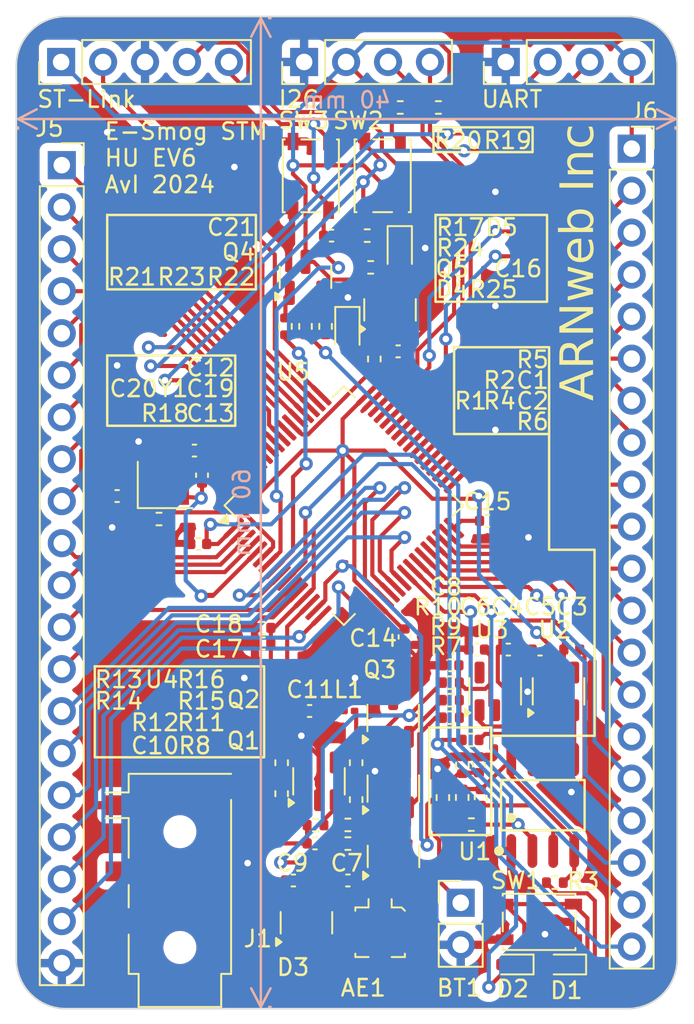
<source format=kicad_pcb>
(kicad_pcb
	(version 20240108)
	(generator "pcbnew")
	(generator_version "8.0")
	(general
		(thickness 1.6)
		(legacy_teardrops no)
	)
	(paper "A4")
	(layers
		(0 "F.Cu" signal)
		(31 "B.Cu" signal)
		(32 "B.Adhes" user "B.Adhesive")
		(33 "F.Adhes" user "F.Adhesive")
		(34 "B.Paste" user)
		(35 "F.Paste" user)
		(36 "B.SilkS" user "B.Silkscreen")
		(37 "F.SilkS" user "F.Silkscreen")
		(38 "B.Mask" user)
		(39 "F.Mask" user)
		(40 "Dwgs.User" user "User.Drawings")
		(41 "Cmts.User" user "User.Comments")
		(42 "Eco1.User" user "User.Eco1")
		(43 "Eco2.User" user "User.Eco2")
		(44 "Edge.Cuts" user)
		(45 "Margin" user)
		(46 "B.CrtYd" user "B.Courtyard")
		(47 "F.CrtYd" user "F.Courtyard")
		(48 "B.Fab" user)
		(49 "F.Fab" user)
		(50 "User.1" user)
		(51 "User.2" user)
		(52 "User.3" user)
		(53 "User.4" user)
		(54 "User.5" user)
		(55 "User.6" user)
		(56 "User.7" user)
		(57 "User.8" user)
		(58 "User.9" user)
	)
	(setup
		(pad_to_mask_clearance 0)
		(allow_soldermask_bridges_in_footprints no)
		(pcbplotparams
			(layerselection 0x00010fc_ffffffff)
			(plot_on_all_layers_selection 0x0000000_00000000)
			(disableapertmacros no)
			(usegerberextensions no)
			(usegerberattributes yes)
			(usegerberadvancedattributes yes)
			(creategerberjobfile yes)
			(dashed_line_dash_ratio 12.000000)
			(dashed_line_gap_ratio 3.000000)
			(svgprecision 4)
			(plotframeref no)
			(viasonmask no)
			(mode 1)
			(useauxorigin no)
			(hpglpennumber 1)
			(hpglpenspeed 20)
			(hpglpendiameter 15.000000)
			(pdf_front_fp_property_popups yes)
			(pdf_back_fp_property_popups yes)
			(dxfpolygonmode yes)
			(dxfimperialunits yes)
			(dxfusepcbnewfont yes)
			(psnegative no)
			(psa4output no)
			(plotreference yes)
			(plotvalue yes)
			(plotfptext yes)
			(plotinvisibletext no)
			(sketchpadsonfab no)
			(subtractmaskfromsilk no)
			(outputformat 4)
			(mirror no)
			(drillshape 0)
			(scaleselection 1)
			(outputdirectory "")
		)
	)
	(net 0 "")
	(net 1 "GND")
	(net 2 "Net-(AE1-A)")
	(net 3 "Net-(BT1-+)")
	(net 4 "/STM/VBAT_IN")
	(net 5 "Net-(U1-G2)")
	(net 6 "Net-(U2-VI)")
	(net 7 "+1V8")
	(net 8 "Net-(Q1-B)")
	(net 9 "Net-(C9-Pad1)")
	(net 10 "Net-(Q3-C)")
	(net 11 "Net-(C10-Pad2)")
	(net 12 "/STM/SMOG_IN")
	(net 13 "/STM/OSC_IN")
	(net 14 "Net-(C20-Pad2)")
	(net 15 "/STM/NRST")
	(net 16 "Net-(D1-A)")
	(net 17 "Net-(D1-K)")
	(net 18 "/STM/PWR_BTN")
	(net 19 "Net-(D4-A)")
	(net 20 "Net-(D5-A)")
	(net 21 "/STM/UART_TX")
	(net 22 "/STM/UART_RX")
	(net 23 "/STM/OLED_SDA")
	(net 24 "/STM/OLED_SCL")
	(net 25 "/STM/SWDIO")
	(net 26 "/STM/SWCLK")
	(net 27 "Net-(L1-Pad1)")
	(net 28 "Net-(Q1-C)")
	(net 29 "Net-(Q2-C)")
	(net 30 "Net-(Q4-G)")
	(net 31 "Net-(Q4-S)")
	(net 32 "Net-(Q5-G)")
	(net 33 "Net-(Q5-S)")
	(net 34 "/STM/PWR_EN")
	(net 35 "Net-(U4--)")
	(net 36 "Net-(U4-+)")
	(net 37 "Net-(R15-Pad1)")
	(net 38 "Net-(U5-BOOT0)")
	(net 39 "/STM/OSC_OUT")
	(net 40 "Net-(U5-PC0)")
	(net 41 "Net-(U5-PD2)")
	(net 42 "+3V3")
	(net 43 "/STM/PC12")
	(net 44 "/STM/PC3")
	(net 45 "/STM/PB4")
	(net 46 "/STM/PA5")
	(net 47 "/STM/PC14")
	(net 48 "/STM/PA4")
	(net 49 "/STM/PC10")
	(net 50 "/STM/PA3")
	(net 51 "/STM/PB3")
	(net 52 "/STM/PA7")
	(net 53 "/STM/PA2")
	(net 54 "/STM/PB5")
	(net 55 "/STM/PA15")
	(net 56 "/STM/PC13")
	(net 57 "/STM/PA6")
	(net 58 "/STM/PC15")
	(net 59 "/STM/PC11")
	(net 60 "/STM/PB8")
	(net 61 "/STM/PB9")
	(net 62 "/STM/PC9")
	(net 63 "/STM/PA12")
	(net 64 "/STM/PC6")
	(net 65 "/STM/PA11")
	(net 66 "/STM/PC8")
	(net 67 "/STM/PA8")
	(net 68 "/STM/PC7")
	(net 69 "unconnected-(U1-D2-Pad6)")
	(net 70 "unconnected-(U1-D1-Pad7)")
	(net 71 "/STM/PC5")
	(net 72 "/STM/PC4")
	(net 73 "/STM/PC2")
	(net 74 "/STM/PB13")
	(net 75 "/STM/PB14")
	(net 76 "/STM/PB15")
	(net 77 "/STM/PB12")
	(net 78 "/STM/PB11")
	(net 79 "/STM/PB1")
	(net 80 "/STM/PB2")
	(net 81 "/STM/PB10")
	(net 82 "/STM/PB0")
	(footprint "Resistor_SMD:R_0402_1005Metric" (layer "F.Cu") (at 218.24 65.5))
	(footprint "Capacitor_SMD:C_0402_1005Metric" (layer "F.Cu") (at 212.75 102 180))
	(footprint "Resistor_SMD:R_0402_1005Metric" (layer "F.Cu") (at 220.55 65.5 180))
	(footprint "Connector_PinHeader_2.54mm:PinHeader_1x05_P2.54mm_Vertical" (layer "F.Cu") (at 197.71 62.75 90))
	(footprint "Inductor_SMD:L_0201_0603Metric" (layer "F.Cu") (at 215.155 102 180))
	(footprint "Resistor_SMD:R_0402_1005Metric" (layer "F.Cu") (at 213.11 108.9))
	(footprint "Resistor_SMD:R_0402_1005Metric" (layer "F.Cu") (at 216.45 75.17 180))
	(footprint "Capacitor_SMD:C_0402_1005Metric" (layer "F.Cu") (at 218.11 80.25))
	(footprint "Capacitor_SMD:C_0402_1005Metric" (layer "F.Cu") (at 223.11 107.23 -90))
	(footprint "Connector_PinSocket_2.54mm:PinSocket_1x20_P2.54mm_Vertical" (layer "F.Cu") (at 232.25 67.99))
	(footprint "Package_TO_SOT_SMD:SOT-23" (layer "F.Cu") (at 217.83 110.795 90))
	(footprint "Connector_PinSocket_2.54mm:PinSocket_1x20_P2.54mm_Vertical" (layer "F.Cu") (at 197.75 68.99))
	(footprint "Button_Switch_SMD:SW_SPST_PTS810" (layer "F.Cu") (at 226.645 114.755 180))
	(footprint "Resistor_SMD:R_0402_1005Metric" (layer "F.Cu") (at 221.31 102.405 180))
	(footprint "Capacitor_SMD:C_0402_1005Metric" (layer "F.Cu") (at 222.86 98.285 180))
	(footprint "Button_Switch_SMD:SW_SPST_PTS810" (layer "F.Cu") (at 217.175 69.63 90))
	(footprint "Resistor_SMD:R_0402_1005Metric" (layer "F.Cu") (at 211.29 78.74 -90))
	(footprint "Resistor_SMD:R_0402_1005Metric" (layer "F.Cu") (at 211.06 105.13 -90))
	(footprint "LED_SMD:LED_0603_1608Metric" (layer "F.Cu") (at 215.04 79.05 -90))
	(footprint "Connector_PinHeader_2.54mm:PinHeader_1x02_P2.54mm_Vertical" (layer "F.Cu") (at 221.9 113.6))
	(footprint "Resistor_SMD:R_0402_1005Metric" (layer "F.Cu") (at 203.635 90.39))
	(footprint "Resistor_SMD:R_0402_1005Metric" (layer "F.Cu") (at 222.545 108.87 180))
	(footprint "Resistor_SMD:R_0402_1005Metric" (layer "F.Cu") (at 221.31 100.285 180))
	(footprint "Capacitor_SMD:C_0402_1005Metric" (layer "F.Cu") (at 205.78 86.25 180))
	(footprint "Resistor_SMD:R_0402_1005Metric" (layer "F.Cu") (at 221.99 107.23 -90))
	(footprint "Resistor_SMD:R_0402_1005Metric" (layer "F.Cu") (at 212.505 78.74 -90))
	(footprint "Resistor_SMD:R_0402_1005Metric" (layer "F.Cu") (at 220.82 107.235 -90))
	(footprint "Resistor_SMD:R_0402_1005Metric" (layer "F.Cu") (at 227.6 112.38 180))
	(footprint "Capacitor_SMD:C_0402_1005Metric" (layer "F.Cu") (at 209.925 96.975 180))
	(footprint "Package_TO_SOT_SMD:SOT-23" (layer "F.Cu") (at 212.56 114.8075 90))
	(footprint "Diode_SMD:D_SOD-523" (layer "F.Cu") (at 228.23 117.33 180))
	(footprint "Capacitor_SMD:C_0402_1005Metric" (layer "F.Cu") (at 228.6225 98.285))
	(footprint "Resistor_SMD:R_0402_1005Metric" (layer "F.Cu") (at 215.57 105.13 90))
	(footprint "Capacitor_SMD:C_0402_1005Metric" (layer "F.Cu") (at 223.52 90.5))
	(footprint "Capacitor_SMD:C_0402_1005Metric" (layer "F.Cu") (at 206.24 87.74 90))
	(footprint "Capacitor_SMD:C_0402_1005Metric" (layer "F.Cu") (at 201.1 89))
	(footprint "easyeda2kicad:SOIC-8_L4.9-W3.9-P1.27-LS6.0-BL" (layer "F.Cu") (at 226.87 107.695))
	(footprint "Capacitor_SMD:C_0402_1005Metric" (layer "F.Cu") (at 224.78 98.285))
	(footprint "Capacitor_SMD:C_0402_1005Metric" (layer "F.Cu") (at 206.04 91.9 180))
	(footprint "Resistor_SMD:R_0402_1005Metric" (layer "F.Cu") (at 216.24 73.25))
	(footprint "Capacitor_SMD:C_0402_1005Metric"
		(layer "F.Cu")
		(uuid "7c084aa9-1bb2-4573-b75b-9c0bd5cfbd30")
		(at 213.08 110.01 180)
		(descr "Capacitor SMD 0402 (1005 Metric), square (rectangular) end terminal, IPC_7351 nominal, (Body size source: IPC-SM-782 page 76, https://www.pcb-3d.com/wordpress/wp-content/uploads/ipc-sm-782a_amendment_1_and_2.pdf), generated with kicad-footprint-generator")
		(tags "capacitor")
		(property "Reference" "C10"
			(at 9.68 5.91 180)
			(layer "F.SilkS")
			(uuid "4a1798f3-f25a-47f9-a94e-b493e47aec7b")
			(effects
				(font
					(size 1 1)
					(thickness 0.15)
				)
			)
		)
		(property "Value" "10u"
			(at 0 1.16 180)
			(layer "F.Fab")
			(uuid "ae65ce64-43a1-4362-a67f-22b4353aa0a3")
			(effects
				(font
					(size 1 1)
					(thickness 0.15)
				)
			)
		)
		(property "Footprint" "Capacitor_SMD:C_0402_1005Metric"
			(at 0 0 180)
			(unlocked yes)
			(layer "F.Fab")
			(hide yes)
			(uuid "666ac36a-0609-47ef-9934-8f922e0dbd5f")
			(effects
				(font
					(size 1.27 1.27)
				)
			)
		)
		(property "Datasheet" ""
			(at 0 0 180)
			(unlocked yes)
			(layer "F.Fab")
			(hide yes)
			(uuid "82d7505f-caac-450a-b492-62ab1530360f")
			(effects
				(font
					(size 1.27 1.27)
				)
			)
		)
		(property "Description" "Polarized capacitor"
			(at 0 0 180)
			(unlocked yes)
			(layer "F.Fab")
			(hide yes)
			(uuid "f555cec0-87aa-4bf7-bb74-4fba7151fb16")
			(effects
				(font
					(size 1.27 1.27)
				)
			)
		)
		(property ki_fp_filters "CP_*")
		(path "/cc87b40d-6180-449e-987d-0c60d9d0b2f1/9a9303e5-c8d9-4d70-816e-400c1053dc2d")
		(sheetname "smog")
		(sheetfile "smog.kicad_sch")
		(attr smd)
		(fp_line
			(start -0.107836 0.36)
			(end 0.107836 0.36)
			(stroke
				(width 0.12)
				(type solid)
			)
			(layer "F.SilkS")
			(uuid "3f14e9ba-8bb7-4d15-9178-4e837dbd0056")
		)
		(fp_line
			(start -0.107836 -0.36)
			(end 0.107836 -0.36)
			(stroke
				(width 0.12)
				(type solid)
			)
			(layer "F.SilkS")
			(uuid "5b1fb07c-8e7a-41e2-9944-16bdf83c1981")
		)
		(fp_line
			(start 0.91 0.46)
			(end -0.91 0.46)
			(stroke
				(width 0.05)
				(type solid)
			)
			(layer "F.CrtYd")
			(uuid "d0eed146-9dc0-4077-ac85-bb4ca1af80d9")
		)
		(fp_line
			(start 0.91 -0.46)
			(end 0.91 0.46)
			(stroke
				(width 0.05)
				(type solid)
			)
			(layer "F.CrtYd")
			(uuid "ca19454b-de52-4257-ba5e-641f24e2d052")
		)
		(fp_line
			(start -0.91 0.46)
			(end -0.91 -0.46)
			(stroke
				(width 0.05)
				(type solid)
			)
			(layer "F.CrtYd")
			(uuid "306b88c4-213b-47d3-b9f6-b6de9c59b699")
		)
		(fp_line
			(start -0.91 -0.46)
			(end 0.91 -0.46)
			(stroke
				(width 0.05)
				(type solid)
			)
			(layer "F.CrtYd")
			(uuid "1d3bea85-26d0-47b7-8e28-a224819bad73")
		)
		(fp_line
			(start 0.5 0.25)
			(end -0.5 0.25)
			(stroke
				(width 0.1)
				(type solid)
			)
			(layer "F.Fab")
			(uuid "97d58668-d0a1-4c8f-9937-4b63f40d6c52")
		)
		(fp_line
			(start 0.5 -0.25)
			(end 0.5 0.25)
			(stroke
				(width 0.1)
				(type solid)
			)
			(layer "F.Fab")
			(uuid "c0134326-4ba4-4ca7-a51f-33f092d8464c")
		)
		(fp_line
			(start -0.5 0.25)
			(end -0.5 -0.25)
			(stroke
				(width 0.1)
				(type solid)
			)
			(layer "F.Fab")
			(uuid "a87f2f03-f1ba-446d-a872-a420232275ca")
		)
		(fp_line
			(start -0.5 -0.25)
			(end 0.5 -0.25)
			(stroke
				(width 0.1)
				(type solid)
			)
			(layer "F.Fab")
			(uuid "76fbcbc4-4850-473f-875a-0c5ab94db275")
		)
		(fp_text user "${REFERENCE}"
			(at 0 0 180)
			(layer "F.Fab")
			(uuid "2c655c4a-817e-4f54-a7b4-3aef0aed990f")
			(effects
				(font
					(size 0.25 0.25)
					(thickness 0.04)
				)
			)
		)
		(pad "1" smd roundrect
			(at -0.48 0 180)
			(size 0.56 0.62)
			(layers "F.Cu" "F.Paste"
... [573464 chars truncated]
</source>
